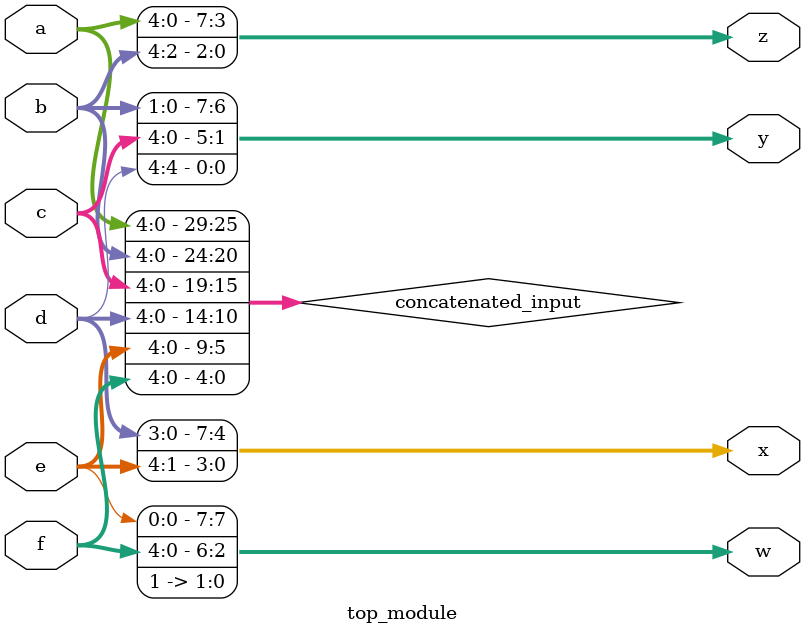
<source format=sv>
module top_module (
	input [4:0] a,
	input [4:0] b,
	input [4:0] c,
	input [4:0] d,
	input [4:0] e,
	input [4:0] f,
	output [7:0] w,
	output [7:0] x,
	output [7:0] y,
	output [7:0] z
);
	// Concatenate the input vectors
	wire [29:0] concatenated_input;
	assign concatenated_input = {a, b, c, d, e, f};
	
	// Create the output vectors
	assign {z, y, x, w} = {concatenated_input, 2'b11};
endmodule

</source>
